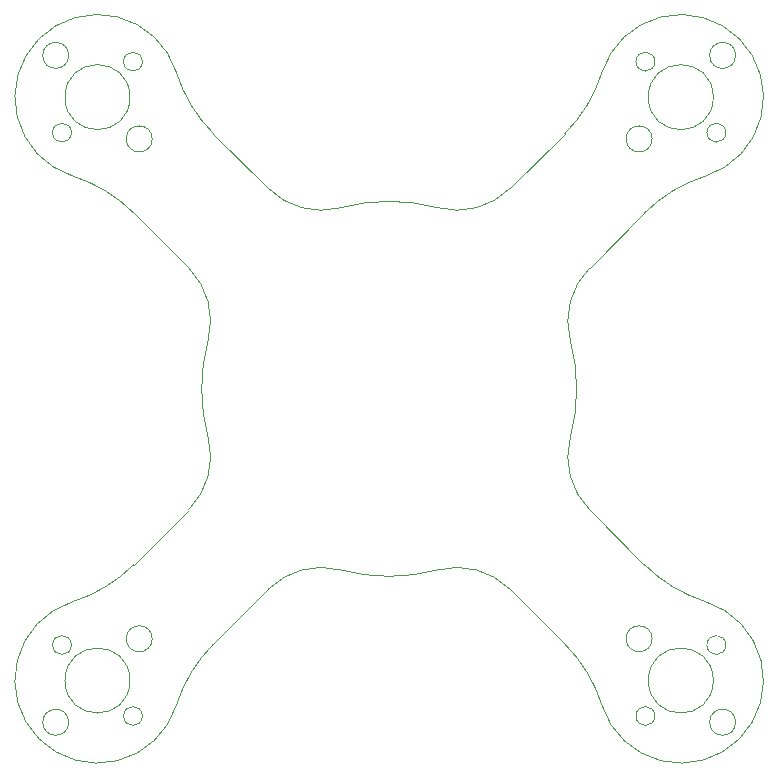
<source format=gko>
G04 Layer_Color=16711935*
%FSAX24Y24*%
%MOIN*%
G70*
G01*
G75*
%ADD109C,0.0005*%
D109*
X059014Y037331D02*
G03*
X059014Y037331I-000433J000000D01*
G01*
X061055Y038723D02*
G03*
X061055Y038723I-001083J000000D01*
G01*
X061798Y040115D02*
G03*
X061798Y040115I-000433J000000D01*
G01*
X059105Y039906D02*
G03*
X059105Y039906I-000315J000000D01*
G01*
X061471Y037540D02*
G03*
X061471Y037540I-000315J000000D01*
G01*
X059014Y020669D02*
G03*
X059014Y020669I-000433J000000D01*
G01*
X061055Y019277D02*
G03*
X061055Y019277I-001083J000000D01*
G01*
X061798Y017885D02*
G03*
X061798Y017885I-000433J000000D01*
G01*
X061471Y020460D02*
G03*
X061471Y020460I-000315J000000D01*
G01*
X059105Y018094D02*
G03*
X059105Y018094I-000315J000000D01*
G01*
X042352Y020669D02*
G03*
X042352Y020669I-000433J000000D01*
G01*
X041610Y019277D02*
G03*
X041610Y019277I-001083J000000D01*
G01*
X039568Y017885D02*
G03*
X039568Y017885I-000433J000000D01*
G01*
X042025Y018094D02*
G03*
X042025Y018094I-000315J000000D01*
G01*
X039659Y020460D02*
G03*
X039659Y020460I-000315J000000D01*
G01*
X042352Y037331D02*
G03*
X042352Y037331I-000433J000000D01*
G01*
X042025Y039906D02*
G03*
X042025Y039906I-000315J000000D01*
G01*
X039659Y037540D02*
G03*
X039659Y037540I-000315J000000D01*
G01*
X039568Y040115D02*
G03*
X039568Y040115I-000433J000000D01*
G01*
X041610Y038723D02*
G03*
X041610Y038723I-001083J000000D01*
G01*
X044392Y020490D02*
G03*
X043157Y018452I003536J-003536D01*
G01*
X039702Y021907D02*
G03*
X043157Y018452I000825J-002629D01*
G01*
X039702Y021907D02*
G03*
X041740Y023142I-001497J004771D01*
G01*
X043566Y024968D02*
G03*
X044213Y027382I-001768J001768D01*
G01*
Y030618D02*
G03*
X044213Y027382I006037J-001618D01*
G01*
Y030618D02*
G03*
X043566Y033032I-002415J000647D01*
G01*
X041740Y034858D02*
G03*
X039702Y036093I-003536J-003536D01*
G01*
X043157Y039548D02*
G03*
X039702Y036093I-002629J-000825D01*
G01*
X043157Y039548D02*
G03*
X044392Y037510I004771J001497D01*
G01*
X046218Y035684D02*
G03*
X048632Y035037I001768J001768D01*
G01*
X051868D02*
G03*
X048632Y035037I-001618J-006037D01*
G01*
X051868D02*
G03*
X054282Y035684I000647J002415D01*
G01*
X056108Y037510D02*
G03*
X057343Y039548I-003536J003536D01*
G01*
X060798Y036093D02*
G03*
X057343Y039548I-000825J002629D01*
G01*
X060798Y036093D02*
G03*
X058760Y034858I001497J-004771D01*
G01*
X056934Y033032D02*
G03*
X056287Y030618I001768J-001768D01*
G01*
Y027382D02*
G03*
X056287Y030618I-006037J001618D01*
G01*
Y027382D02*
G03*
X056934Y024968I002415J-000647D01*
G01*
X058760Y023142D02*
G03*
X060798Y021907I003536J003536D01*
G01*
X057343Y018452D02*
G03*
X060798Y021907I002629J000825D01*
G01*
X057343Y018452D02*
G03*
X056108Y020490I-004771J-001497D01*
G01*
X054282Y022316D02*
G03*
X051868Y022963I-001768J-001768D01*
G01*
X048632D02*
G03*
X051868Y022963I001618J006037D01*
G01*
X048632D02*
G03*
X046218Y022316I-000647J-002415D01*
G01*
X041740Y023142D02*
X043566Y024968D01*
X041740Y034858D02*
X043566Y033032D01*
X044392Y037510D02*
X046218Y035684D01*
X054282D02*
X056108Y037510D01*
X056934Y033032D02*
X058760Y034858D01*
X056934Y024968D02*
X058760Y023142D01*
X054282Y022316D02*
X056108Y020490D01*
X044392D02*
X046218Y022316D01*
X044392Y020490D02*
X046218Y022316D01*
X054282D02*
X056108Y020490D01*
X056934Y024968D02*
X058760Y023142D01*
X056934Y033032D02*
X058760Y034858D01*
X054282Y035684D02*
X056108Y037510D01*
X044392D02*
X046218Y035684D01*
X041740Y034858D02*
X043566Y033032D01*
X041740Y023142D02*
X043566Y024968D01*
M02*

</source>
